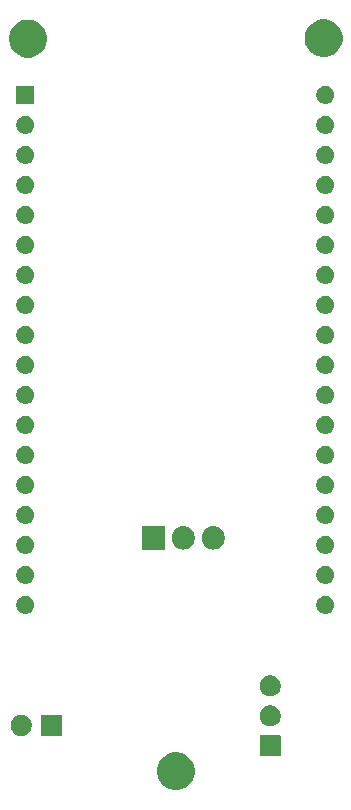
<source format=gbr>
G04 #@! TF.GenerationSoftware,KiCad,Pcbnew,5.1.3-ffb9f22~84~ubuntu18.04.1*
G04 #@! TF.CreationDate,2019-08-09T22:51:00+03:00*
G04 #@! TF.ProjectId,Edifier_Remote,45646966-6965-4725-9f52-656d6f74652e,rev?*
G04 #@! TF.SameCoordinates,Original*
G04 #@! TF.FileFunction,Soldermask,Bot*
G04 #@! TF.FilePolarity,Negative*
%FSLAX46Y46*%
G04 Gerber Fmt 4.6, Leading zero omitted, Abs format (unit mm)*
G04 Created by KiCad (PCBNEW 5.1.3-ffb9f22~84~ubuntu18.04.1) date 2019-08-09 22:51:00*
%MOMM*%
%LPD*%
G04 APERTURE LIST*
%ADD10C,0.100000*%
G04 APERTURE END LIST*
D10*
G36*
X117941703Y-130744686D02*
G01*
X118232883Y-130865297D01*
X118494940Y-131040398D01*
X118717802Y-131263260D01*
X118892903Y-131525317D01*
X119013514Y-131816497D01*
X119075000Y-132125612D01*
X119075000Y-132440788D01*
X119013514Y-132749903D01*
X118892903Y-133041083D01*
X118717802Y-133303140D01*
X118494940Y-133526002D01*
X118232883Y-133701103D01*
X117941703Y-133821714D01*
X117632588Y-133883200D01*
X117317412Y-133883200D01*
X117008297Y-133821714D01*
X116717117Y-133701103D01*
X116455060Y-133526002D01*
X116232198Y-133303140D01*
X116057097Y-133041083D01*
X115936486Y-132749903D01*
X115875000Y-132440788D01*
X115875000Y-132125612D01*
X115936486Y-131816497D01*
X116057097Y-131525317D01*
X116232198Y-131263260D01*
X116455060Y-131040398D01*
X116717117Y-130865297D01*
X117008297Y-130744686D01*
X117317412Y-130683200D01*
X117632588Y-130683200D01*
X117941703Y-130744686D01*
X117941703Y-130744686D01*
G37*
G36*
X126238627Y-129232907D02*
G01*
X126268134Y-129241858D01*
X126295329Y-129256394D01*
X126319165Y-129275955D01*
X126338726Y-129299791D01*
X126353262Y-129326986D01*
X126362213Y-129356493D01*
X126365840Y-129393320D01*
X126365840Y-130865240D01*
X126362213Y-130902067D01*
X126353262Y-130931574D01*
X126338726Y-130958769D01*
X126319165Y-130982605D01*
X126295329Y-131002166D01*
X126268134Y-131016702D01*
X126238627Y-131025653D01*
X126201800Y-131029280D01*
X124729880Y-131029280D01*
X124693053Y-131025653D01*
X124663546Y-131016702D01*
X124636351Y-131002166D01*
X124612515Y-130982605D01*
X124592954Y-130958769D01*
X124578418Y-130931574D01*
X124569467Y-130902067D01*
X124565840Y-130865240D01*
X124565840Y-129393320D01*
X124569467Y-129356493D01*
X124578418Y-129326986D01*
X124592954Y-129299791D01*
X124612515Y-129275955D01*
X124636351Y-129256394D01*
X124663546Y-129241858D01*
X124693053Y-129232907D01*
X124729880Y-129229280D01*
X126201800Y-129229280D01*
X126238627Y-129232907D01*
X126238627Y-129232907D01*
G37*
G36*
X104646360Y-127541746D02*
G01*
X104810150Y-127609590D01*
X104957557Y-127708084D01*
X105082916Y-127833443D01*
X105181410Y-127980850D01*
X105181411Y-127980852D01*
X105249254Y-128144640D01*
X105277841Y-128288356D01*
X105283840Y-128318518D01*
X105283840Y-128495802D01*
X105249254Y-128669680D01*
X105181410Y-128833470D01*
X105082916Y-128980877D01*
X104957557Y-129106236D01*
X104810150Y-129204730D01*
X104810149Y-129204731D01*
X104810148Y-129204731D01*
X104646360Y-129272574D01*
X104472484Y-129307160D01*
X104295196Y-129307160D01*
X104121320Y-129272574D01*
X103957532Y-129204731D01*
X103957531Y-129204731D01*
X103957530Y-129204730D01*
X103810123Y-129106236D01*
X103684764Y-128980877D01*
X103586270Y-128833470D01*
X103518426Y-128669680D01*
X103483840Y-128495802D01*
X103483840Y-128318518D01*
X103489840Y-128288356D01*
X103518426Y-128144640D01*
X103586269Y-127980852D01*
X103586270Y-127980850D01*
X103684764Y-127833443D01*
X103810123Y-127708084D01*
X103957530Y-127609590D01*
X104121320Y-127541746D01*
X104295196Y-127507160D01*
X104472484Y-127507160D01*
X104646360Y-127541746D01*
X104646360Y-127541746D01*
G37*
G36*
X107823840Y-129307160D02*
G01*
X106023840Y-129307160D01*
X106023840Y-127507160D01*
X107823840Y-127507160D01*
X107823840Y-129307160D01*
X107823840Y-129307160D01*
G37*
G36*
X125728360Y-126723866D02*
G01*
X125892150Y-126791710D01*
X126039557Y-126890204D01*
X126164916Y-127015563D01*
X126263410Y-127162970D01*
X126263411Y-127162972D01*
X126331254Y-127326760D01*
X126365840Y-127500636D01*
X126365840Y-127677924D01*
X126334905Y-127833443D01*
X126331254Y-127851800D01*
X126263410Y-128015590D01*
X126164916Y-128162997D01*
X126039557Y-128288356D01*
X125892150Y-128386850D01*
X125892149Y-128386851D01*
X125892148Y-128386851D01*
X125728360Y-128454694D01*
X125554484Y-128489280D01*
X125377196Y-128489280D01*
X125203320Y-128454694D01*
X125039532Y-128386851D01*
X125039531Y-128386851D01*
X125039530Y-128386850D01*
X124892123Y-128288356D01*
X124766764Y-128162997D01*
X124668270Y-128015590D01*
X124600426Y-127851800D01*
X124596775Y-127833443D01*
X124565840Y-127677924D01*
X124565840Y-127500636D01*
X124600426Y-127326760D01*
X124668269Y-127162972D01*
X124668270Y-127162970D01*
X124766764Y-127015563D01*
X124892123Y-126890204D01*
X125039530Y-126791710D01*
X125203320Y-126723866D01*
X125377196Y-126689280D01*
X125554484Y-126689280D01*
X125728360Y-126723866D01*
X125728360Y-126723866D01*
G37*
G36*
X125728360Y-124183866D02*
G01*
X125892150Y-124251710D01*
X126039557Y-124350204D01*
X126164916Y-124475563D01*
X126263410Y-124622970D01*
X126331254Y-124786760D01*
X126365840Y-124960638D01*
X126365840Y-125137922D01*
X126331254Y-125311800D01*
X126263410Y-125475590D01*
X126164916Y-125622997D01*
X126039557Y-125748356D01*
X125892150Y-125846850D01*
X125892149Y-125846851D01*
X125892148Y-125846851D01*
X125728360Y-125914694D01*
X125554484Y-125949280D01*
X125377196Y-125949280D01*
X125203320Y-125914694D01*
X125039532Y-125846851D01*
X125039531Y-125846851D01*
X125039530Y-125846850D01*
X124892123Y-125748356D01*
X124766764Y-125622997D01*
X124668270Y-125475590D01*
X124600426Y-125311800D01*
X124565840Y-125137922D01*
X124565840Y-124960638D01*
X124600426Y-124786760D01*
X124668270Y-124622970D01*
X124766764Y-124475563D01*
X124892123Y-124350204D01*
X125039530Y-124251710D01*
X125203320Y-124183866D01*
X125377196Y-124149280D01*
X125554484Y-124149280D01*
X125728360Y-124183866D01*
X125728360Y-124183866D01*
G37*
G36*
X104920195Y-117454522D02*
G01*
X104969267Y-117464283D01*
X105107942Y-117521724D01*
X105232747Y-117605116D01*
X105338884Y-117711253D01*
X105422276Y-117836058D01*
X105479717Y-117974733D01*
X105509000Y-118121950D01*
X105509000Y-118272050D01*
X105479717Y-118419267D01*
X105422276Y-118557942D01*
X105338884Y-118682747D01*
X105232747Y-118788884D01*
X105107942Y-118872276D01*
X104969267Y-118929717D01*
X104920195Y-118939478D01*
X104822052Y-118959000D01*
X104671948Y-118959000D01*
X104573805Y-118939478D01*
X104524733Y-118929717D01*
X104386058Y-118872276D01*
X104261253Y-118788884D01*
X104155116Y-118682747D01*
X104071724Y-118557942D01*
X104014283Y-118419267D01*
X103985000Y-118272050D01*
X103985000Y-118121950D01*
X104014283Y-117974733D01*
X104071724Y-117836058D01*
X104155116Y-117711253D01*
X104261253Y-117605116D01*
X104386058Y-117521724D01*
X104524733Y-117464283D01*
X104573805Y-117454522D01*
X104671948Y-117435000D01*
X104822052Y-117435000D01*
X104920195Y-117454522D01*
X104920195Y-117454522D01*
G37*
G36*
X130320195Y-117454522D02*
G01*
X130369267Y-117464283D01*
X130507942Y-117521724D01*
X130632747Y-117605116D01*
X130738884Y-117711253D01*
X130822276Y-117836058D01*
X130879717Y-117974733D01*
X130909000Y-118121950D01*
X130909000Y-118272050D01*
X130879717Y-118419267D01*
X130822276Y-118557942D01*
X130738884Y-118682747D01*
X130632747Y-118788884D01*
X130507942Y-118872276D01*
X130369267Y-118929717D01*
X130320195Y-118939478D01*
X130222052Y-118959000D01*
X130071948Y-118959000D01*
X129973805Y-118939478D01*
X129924733Y-118929717D01*
X129786058Y-118872276D01*
X129661253Y-118788884D01*
X129555116Y-118682747D01*
X129471724Y-118557942D01*
X129414283Y-118419267D01*
X129385000Y-118272050D01*
X129385000Y-118121950D01*
X129414283Y-117974733D01*
X129471724Y-117836058D01*
X129555116Y-117711253D01*
X129661253Y-117605116D01*
X129786058Y-117521724D01*
X129924733Y-117464283D01*
X129973805Y-117454522D01*
X130071948Y-117435000D01*
X130222052Y-117435000D01*
X130320195Y-117454522D01*
X130320195Y-117454522D01*
G37*
G36*
X130320195Y-114914522D02*
G01*
X130369267Y-114924283D01*
X130507942Y-114981724D01*
X130632747Y-115065116D01*
X130738884Y-115171253D01*
X130822276Y-115296058D01*
X130879717Y-115434733D01*
X130909000Y-115581950D01*
X130909000Y-115732050D01*
X130879717Y-115879267D01*
X130822276Y-116017942D01*
X130738884Y-116142747D01*
X130632747Y-116248884D01*
X130507942Y-116332276D01*
X130369267Y-116389717D01*
X130320195Y-116399478D01*
X130222052Y-116419000D01*
X130071948Y-116419000D01*
X129973805Y-116399478D01*
X129924733Y-116389717D01*
X129786058Y-116332276D01*
X129661253Y-116248884D01*
X129555116Y-116142747D01*
X129471724Y-116017942D01*
X129414283Y-115879267D01*
X129385000Y-115732050D01*
X129385000Y-115581950D01*
X129414283Y-115434733D01*
X129471724Y-115296058D01*
X129555116Y-115171253D01*
X129661253Y-115065116D01*
X129786058Y-114981724D01*
X129924733Y-114924283D01*
X129973805Y-114914522D01*
X130071948Y-114895000D01*
X130222052Y-114895000D01*
X130320195Y-114914522D01*
X130320195Y-114914522D01*
G37*
G36*
X104920195Y-114914522D02*
G01*
X104969267Y-114924283D01*
X105107942Y-114981724D01*
X105232747Y-115065116D01*
X105338884Y-115171253D01*
X105422276Y-115296058D01*
X105479717Y-115434733D01*
X105509000Y-115581950D01*
X105509000Y-115732050D01*
X105479717Y-115879267D01*
X105422276Y-116017942D01*
X105338884Y-116142747D01*
X105232747Y-116248884D01*
X105107942Y-116332276D01*
X104969267Y-116389717D01*
X104920195Y-116399478D01*
X104822052Y-116419000D01*
X104671948Y-116419000D01*
X104573805Y-116399478D01*
X104524733Y-116389717D01*
X104386058Y-116332276D01*
X104261253Y-116248884D01*
X104155116Y-116142747D01*
X104071724Y-116017942D01*
X104014283Y-115879267D01*
X103985000Y-115732050D01*
X103985000Y-115581950D01*
X104014283Y-115434733D01*
X104071724Y-115296058D01*
X104155116Y-115171253D01*
X104261253Y-115065116D01*
X104386058Y-114981724D01*
X104524733Y-114924283D01*
X104573805Y-114914522D01*
X104671948Y-114895000D01*
X104822052Y-114895000D01*
X104920195Y-114914522D01*
X104920195Y-114914522D01*
G37*
G36*
X130320195Y-112374522D02*
G01*
X130369267Y-112384283D01*
X130507942Y-112441724D01*
X130632747Y-112525116D01*
X130738884Y-112631253D01*
X130822276Y-112756058D01*
X130879717Y-112894733D01*
X130879717Y-112894734D01*
X130909000Y-113041948D01*
X130909000Y-113192052D01*
X130889478Y-113290195D01*
X130879717Y-113339267D01*
X130822276Y-113477942D01*
X130738884Y-113602747D01*
X130632747Y-113708884D01*
X130507942Y-113792276D01*
X130369267Y-113849717D01*
X130320195Y-113859478D01*
X130222052Y-113879000D01*
X130071948Y-113879000D01*
X129973805Y-113859478D01*
X129924733Y-113849717D01*
X129786058Y-113792276D01*
X129661253Y-113708884D01*
X129555116Y-113602747D01*
X129471724Y-113477942D01*
X129414283Y-113339267D01*
X129404522Y-113290195D01*
X129385000Y-113192052D01*
X129385000Y-113041948D01*
X129414283Y-112894734D01*
X129414283Y-112894733D01*
X129471724Y-112756058D01*
X129555116Y-112631253D01*
X129661253Y-112525116D01*
X129786058Y-112441724D01*
X129924733Y-112384283D01*
X129973805Y-112374522D01*
X130071948Y-112355000D01*
X130222052Y-112355000D01*
X130320195Y-112374522D01*
X130320195Y-112374522D01*
G37*
G36*
X104920195Y-112374522D02*
G01*
X104969267Y-112384283D01*
X105107942Y-112441724D01*
X105232747Y-112525116D01*
X105338884Y-112631253D01*
X105422276Y-112756058D01*
X105479717Y-112894733D01*
X105479717Y-112894734D01*
X105509000Y-113041948D01*
X105509000Y-113192052D01*
X105489478Y-113290195D01*
X105479717Y-113339267D01*
X105422276Y-113477942D01*
X105338884Y-113602747D01*
X105232747Y-113708884D01*
X105107942Y-113792276D01*
X104969267Y-113849717D01*
X104920195Y-113859478D01*
X104822052Y-113879000D01*
X104671948Y-113879000D01*
X104573805Y-113859478D01*
X104524733Y-113849717D01*
X104386058Y-113792276D01*
X104261253Y-113708884D01*
X104155116Y-113602747D01*
X104071724Y-113477942D01*
X104014283Y-113339267D01*
X104004522Y-113290195D01*
X103985000Y-113192052D01*
X103985000Y-113041948D01*
X104014283Y-112894734D01*
X104014283Y-112894733D01*
X104071724Y-112756058D01*
X104155116Y-112631253D01*
X104261253Y-112525116D01*
X104386058Y-112441724D01*
X104524733Y-112384283D01*
X104573805Y-112374522D01*
X104671948Y-112355000D01*
X104822052Y-112355000D01*
X104920195Y-112374522D01*
X104920195Y-112374522D01*
G37*
G36*
X118296723Y-111535782D02*
G01*
X118476264Y-111590246D01*
X118476267Y-111590248D01*
X118476268Y-111590248D01*
X118641741Y-111678694D01*
X118641742Y-111678695D01*
X118641744Y-111678696D01*
X118786778Y-111797722D01*
X118905807Y-111942759D01*
X118994253Y-112108231D01*
X119048718Y-112287776D01*
X119062500Y-112427711D01*
X119062500Y-112616288D01*
X119048718Y-112756223D01*
X118994254Y-112935764D01*
X118905804Y-113101244D01*
X118786778Y-113246278D01*
X118641741Y-113365307D01*
X118476269Y-113453753D01*
X118296724Y-113508218D01*
X118110000Y-113526608D01*
X117923277Y-113508218D01*
X117743732Y-113453753D01*
X117578261Y-113365307D01*
X117578259Y-113365306D01*
X117433222Y-113246278D01*
X117379569Y-113180902D01*
X117314193Y-113101241D01*
X117225747Y-112935769D01*
X117171282Y-112756224D01*
X117157500Y-112616289D01*
X117157500Y-112427712D01*
X117171282Y-112287777D01*
X117225746Y-112108236D01*
X117314196Y-111942756D01*
X117433222Y-111797722D01*
X117578259Y-111678693D01*
X117743731Y-111590247D01*
X117923276Y-111535782D01*
X118110000Y-111517392D01*
X118296723Y-111535782D01*
X118296723Y-111535782D01*
G37*
G36*
X120836723Y-111535782D02*
G01*
X121016264Y-111590246D01*
X121016267Y-111590248D01*
X121016268Y-111590248D01*
X121181741Y-111678694D01*
X121181742Y-111678695D01*
X121181744Y-111678696D01*
X121326778Y-111797722D01*
X121445807Y-111942759D01*
X121534253Y-112108231D01*
X121588718Y-112287776D01*
X121602500Y-112427711D01*
X121602500Y-112616288D01*
X121588718Y-112756223D01*
X121534254Y-112935764D01*
X121445804Y-113101244D01*
X121326778Y-113246278D01*
X121181741Y-113365307D01*
X121016269Y-113453753D01*
X120836724Y-113508218D01*
X120650000Y-113526608D01*
X120463277Y-113508218D01*
X120283732Y-113453753D01*
X120118261Y-113365307D01*
X120118259Y-113365306D01*
X119973222Y-113246278D01*
X119919569Y-113180902D01*
X119854193Y-113101241D01*
X119765747Y-112935769D01*
X119711282Y-112756224D01*
X119697500Y-112616289D01*
X119697500Y-112427712D01*
X119711282Y-112287777D01*
X119765746Y-112108236D01*
X119854196Y-111942756D01*
X119973222Y-111797722D01*
X120118259Y-111678693D01*
X120283731Y-111590247D01*
X120463276Y-111535782D01*
X120650000Y-111517392D01*
X120836723Y-111535782D01*
X120836723Y-111535782D01*
G37*
G36*
X116522500Y-113522000D02*
G01*
X114617500Y-113522000D01*
X114617500Y-111522000D01*
X116522500Y-111522000D01*
X116522500Y-113522000D01*
X116522500Y-113522000D01*
G37*
G36*
X104920195Y-109834522D02*
G01*
X104969267Y-109844283D01*
X105107942Y-109901724D01*
X105232747Y-109985116D01*
X105338884Y-110091253D01*
X105422276Y-110216058D01*
X105479717Y-110354733D01*
X105509000Y-110501950D01*
X105509000Y-110652050D01*
X105479717Y-110799267D01*
X105422276Y-110937942D01*
X105338884Y-111062747D01*
X105232747Y-111168884D01*
X105107942Y-111252276D01*
X104969267Y-111309717D01*
X104920195Y-111319478D01*
X104822052Y-111339000D01*
X104671948Y-111339000D01*
X104573805Y-111319478D01*
X104524733Y-111309717D01*
X104386058Y-111252276D01*
X104261253Y-111168884D01*
X104155116Y-111062747D01*
X104071724Y-110937942D01*
X104014283Y-110799267D01*
X103985000Y-110652050D01*
X103985000Y-110501950D01*
X104014283Y-110354733D01*
X104071724Y-110216058D01*
X104155116Y-110091253D01*
X104261253Y-109985116D01*
X104386058Y-109901724D01*
X104524733Y-109844283D01*
X104573805Y-109834522D01*
X104671948Y-109815000D01*
X104822052Y-109815000D01*
X104920195Y-109834522D01*
X104920195Y-109834522D01*
G37*
G36*
X130320195Y-109834522D02*
G01*
X130369267Y-109844283D01*
X130507942Y-109901724D01*
X130632747Y-109985116D01*
X130738884Y-110091253D01*
X130822276Y-110216058D01*
X130879717Y-110354733D01*
X130909000Y-110501950D01*
X130909000Y-110652050D01*
X130879717Y-110799267D01*
X130822276Y-110937942D01*
X130738884Y-111062747D01*
X130632747Y-111168884D01*
X130507942Y-111252276D01*
X130369267Y-111309717D01*
X130320195Y-111319478D01*
X130222052Y-111339000D01*
X130071948Y-111339000D01*
X129973805Y-111319478D01*
X129924733Y-111309717D01*
X129786058Y-111252276D01*
X129661253Y-111168884D01*
X129555116Y-111062747D01*
X129471724Y-110937942D01*
X129414283Y-110799267D01*
X129385000Y-110652050D01*
X129385000Y-110501950D01*
X129414283Y-110354733D01*
X129471724Y-110216058D01*
X129555116Y-110091253D01*
X129661253Y-109985116D01*
X129786058Y-109901724D01*
X129924733Y-109844283D01*
X129973805Y-109834522D01*
X130071948Y-109815000D01*
X130222052Y-109815000D01*
X130320195Y-109834522D01*
X130320195Y-109834522D01*
G37*
G36*
X104920195Y-107294522D02*
G01*
X104969267Y-107304283D01*
X105107942Y-107361724D01*
X105232747Y-107445116D01*
X105338884Y-107551253D01*
X105422276Y-107676058D01*
X105479717Y-107814733D01*
X105509000Y-107961950D01*
X105509000Y-108112050D01*
X105479717Y-108259267D01*
X105422276Y-108397942D01*
X105338884Y-108522747D01*
X105232747Y-108628884D01*
X105107942Y-108712276D01*
X104969267Y-108769717D01*
X104920195Y-108779478D01*
X104822052Y-108799000D01*
X104671948Y-108799000D01*
X104573805Y-108779478D01*
X104524733Y-108769717D01*
X104386058Y-108712276D01*
X104261253Y-108628884D01*
X104155116Y-108522747D01*
X104071724Y-108397942D01*
X104014283Y-108259267D01*
X103985000Y-108112050D01*
X103985000Y-107961950D01*
X104014283Y-107814733D01*
X104071724Y-107676058D01*
X104155116Y-107551253D01*
X104261253Y-107445116D01*
X104386058Y-107361724D01*
X104524733Y-107304283D01*
X104573805Y-107294522D01*
X104671948Y-107275000D01*
X104822052Y-107275000D01*
X104920195Y-107294522D01*
X104920195Y-107294522D01*
G37*
G36*
X130320195Y-107294522D02*
G01*
X130369267Y-107304283D01*
X130507942Y-107361724D01*
X130632747Y-107445116D01*
X130738884Y-107551253D01*
X130822276Y-107676058D01*
X130879717Y-107814733D01*
X130909000Y-107961950D01*
X130909000Y-108112050D01*
X130879717Y-108259267D01*
X130822276Y-108397942D01*
X130738884Y-108522747D01*
X130632747Y-108628884D01*
X130507942Y-108712276D01*
X130369267Y-108769717D01*
X130320195Y-108779478D01*
X130222052Y-108799000D01*
X130071948Y-108799000D01*
X129973805Y-108779478D01*
X129924733Y-108769717D01*
X129786058Y-108712276D01*
X129661253Y-108628884D01*
X129555116Y-108522747D01*
X129471724Y-108397942D01*
X129414283Y-108259267D01*
X129385000Y-108112050D01*
X129385000Y-107961950D01*
X129414283Y-107814733D01*
X129471724Y-107676058D01*
X129555116Y-107551253D01*
X129661253Y-107445116D01*
X129786058Y-107361724D01*
X129924733Y-107304283D01*
X129973805Y-107294522D01*
X130071948Y-107275000D01*
X130222052Y-107275000D01*
X130320195Y-107294522D01*
X130320195Y-107294522D01*
G37*
G36*
X130320195Y-104754522D02*
G01*
X130369267Y-104764283D01*
X130507942Y-104821724D01*
X130632747Y-104905116D01*
X130738884Y-105011253D01*
X130822276Y-105136058D01*
X130879717Y-105274733D01*
X130909000Y-105421950D01*
X130909000Y-105572050D01*
X130879717Y-105719267D01*
X130822276Y-105857942D01*
X130738884Y-105982747D01*
X130632747Y-106088884D01*
X130507942Y-106172276D01*
X130369267Y-106229717D01*
X130320195Y-106239478D01*
X130222052Y-106259000D01*
X130071948Y-106259000D01*
X129973805Y-106239478D01*
X129924733Y-106229717D01*
X129786058Y-106172276D01*
X129661253Y-106088884D01*
X129555116Y-105982747D01*
X129471724Y-105857942D01*
X129414283Y-105719267D01*
X129385000Y-105572050D01*
X129385000Y-105421950D01*
X129414283Y-105274733D01*
X129471724Y-105136058D01*
X129555116Y-105011253D01*
X129661253Y-104905116D01*
X129786058Y-104821724D01*
X129924733Y-104764283D01*
X129973805Y-104754522D01*
X130071948Y-104735000D01*
X130222052Y-104735000D01*
X130320195Y-104754522D01*
X130320195Y-104754522D01*
G37*
G36*
X104920195Y-104754522D02*
G01*
X104969267Y-104764283D01*
X105107942Y-104821724D01*
X105232747Y-104905116D01*
X105338884Y-105011253D01*
X105422276Y-105136058D01*
X105479717Y-105274733D01*
X105509000Y-105421950D01*
X105509000Y-105572050D01*
X105479717Y-105719267D01*
X105422276Y-105857942D01*
X105338884Y-105982747D01*
X105232747Y-106088884D01*
X105107942Y-106172276D01*
X104969267Y-106229717D01*
X104920195Y-106239478D01*
X104822052Y-106259000D01*
X104671948Y-106259000D01*
X104573805Y-106239478D01*
X104524733Y-106229717D01*
X104386058Y-106172276D01*
X104261253Y-106088884D01*
X104155116Y-105982747D01*
X104071724Y-105857942D01*
X104014283Y-105719267D01*
X103985000Y-105572050D01*
X103985000Y-105421950D01*
X104014283Y-105274733D01*
X104071724Y-105136058D01*
X104155116Y-105011253D01*
X104261253Y-104905116D01*
X104386058Y-104821724D01*
X104524733Y-104764283D01*
X104573805Y-104754522D01*
X104671948Y-104735000D01*
X104822052Y-104735000D01*
X104920195Y-104754522D01*
X104920195Y-104754522D01*
G37*
G36*
X130320195Y-102214522D02*
G01*
X130369267Y-102224283D01*
X130507942Y-102281724D01*
X130632747Y-102365116D01*
X130738884Y-102471253D01*
X130822276Y-102596058D01*
X130879717Y-102734733D01*
X130909000Y-102881950D01*
X130909000Y-103032050D01*
X130879717Y-103179267D01*
X130822276Y-103317942D01*
X130738884Y-103442747D01*
X130632747Y-103548884D01*
X130507942Y-103632276D01*
X130369267Y-103689717D01*
X130320195Y-103699478D01*
X130222052Y-103719000D01*
X130071948Y-103719000D01*
X129973805Y-103699478D01*
X129924733Y-103689717D01*
X129786058Y-103632276D01*
X129661253Y-103548884D01*
X129555116Y-103442747D01*
X129471724Y-103317942D01*
X129414283Y-103179267D01*
X129385000Y-103032050D01*
X129385000Y-102881950D01*
X129414283Y-102734733D01*
X129471724Y-102596058D01*
X129555116Y-102471253D01*
X129661253Y-102365116D01*
X129786058Y-102281724D01*
X129924733Y-102224283D01*
X129973805Y-102214522D01*
X130071948Y-102195000D01*
X130222052Y-102195000D01*
X130320195Y-102214522D01*
X130320195Y-102214522D01*
G37*
G36*
X104920195Y-102214522D02*
G01*
X104969267Y-102224283D01*
X105107942Y-102281724D01*
X105232747Y-102365116D01*
X105338884Y-102471253D01*
X105422276Y-102596058D01*
X105479717Y-102734733D01*
X105509000Y-102881950D01*
X105509000Y-103032050D01*
X105479717Y-103179267D01*
X105422276Y-103317942D01*
X105338884Y-103442747D01*
X105232747Y-103548884D01*
X105107942Y-103632276D01*
X104969267Y-103689717D01*
X104920195Y-103699478D01*
X104822052Y-103719000D01*
X104671948Y-103719000D01*
X104573805Y-103699478D01*
X104524733Y-103689717D01*
X104386058Y-103632276D01*
X104261253Y-103548884D01*
X104155116Y-103442747D01*
X104071724Y-103317942D01*
X104014283Y-103179267D01*
X103985000Y-103032050D01*
X103985000Y-102881950D01*
X104014283Y-102734733D01*
X104071724Y-102596058D01*
X104155116Y-102471253D01*
X104261253Y-102365116D01*
X104386058Y-102281724D01*
X104524733Y-102224283D01*
X104573805Y-102214522D01*
X104671948Y-102195000D01*
X104822052Y-102195000D01*
X104920195Y-102214522D01*
X104920195Y-102214522D01*
G37*
G36*
X130320195Y-99674522D02*
G01*
X130369267Y-99684283D01*
X130507942Y-99741724D01*
X130632747Y-99825116D01*
X130738884Y-99931253D01*
X130822276Y-100056058D01*
X130879717Y-100194733D01*
X130909000Y-100341950D01*
X130909000Y-100492050D01*
X130879717Y-100639267D01*
X130822276Y-100777942D01*
X130738884Y-100902747D01*
X130632747Y-101008884D01*
X130507942Y-101092276D01*
X130369267Y-101149717D01*
X130320195Y-101159478D01*
X130222052Y-101179000D01*
X130071948Y-101179000D01*
X129973805Y-101159478D01*
X129924733Y-101149717D01*
X129786058Y-101092276D01*
X129661253Y-101008884D01*
X129555116Y-100902747D01*
X129471724Y-100777942D01*
X129414283Y-100639267D01*
X129385000Y-100492050D01*
X129385000Y-100341950D01*
X129414283Y-100194733D01*
X129471724Y-100056058D01*
X129555116Y-99931253D01*
X129661253Y-99825116D01*
X129786058Y-99741724D01*
X129924733Y-99684283D01*
X129973805Y-99674522D01*
X130071948Y-99655000D01*
X130222052Y-99655000D01*
X130320195Y-99674522D01*
X130320195Y-99674522D01*
G37*
G36*
X104920195Y-99674522D02*
G01*
X104969267Y-99684283D01*
X105107942Y-99741724D01*
X105232747Y-99825116D01*
X105338884Y-99931253D01*
X105422276Y-100056058D01*
X105479717Y-100194733D01*
X105509000Y-100341950D01*
X105509000Y-100492050D01*
X105479717Y-100639267D01*
X105422276Y-100777942D01*
X105338884Y-100902747D01*
X105232747Y-101008884D01*
X105107942Y-101092276D01*
X104969267Y-101149717D01*
X104920195Y-101159478D01*
X104822052Y-101179000D01*
X104671948Y-101179000D01*
X104573805Y-101159478D01*
X104524733Y-101149717D01*
X104386058Y-101092276D01*
X104261253Y-101008884D01*
X104155116Y-100902747D01*
X104071724Y-100777942D01*
X104014283Y-100639267D01*
X103985000Y-100492050D01*
X103985000Y-100341950D01*
X104014283Y-100194733D01*
X104071724Y-100056058D01*
X104155116Y-99931253D01*
X104261253Y-99825116D01*
X104386058Y-99741724D01*
X104524733Y-99684283D01*
X104573805Y-99674522D01*
X104671948Y-99655000D01*
X104822052Y-99655000D01*
X104920195Y-99674522D01*
X104920195Y-99674522D01*
G37*
G36*
X104920195Y-97134522D02*
G01*
X104969267Y-97144283D01*
X105107942Y-97201724D01*
X105232747Y-97285116D01*
X105338884Y-97391253D01*
X105422276Y-97516058D01*
X105479717Y-97654733D01*
X105509000Y-97801950D01*
X105509000Y-97952050D01*
X105479717Y-98099267D01*
X105422276Y-98237942D01*
X105338884Y-98362747D01*
X105232747Y-98468884D01*
X105107942Y-98552276D01*
X104969267Y-98609717D01*
X104920195Y-98619478D01*
X104822052Y-98639000D01*
X104671948Y-98639000D01*
X104573805Y-98619478D01*
X104524733Y-98609717D01*
X104386058Y-98552276D01*
X104261253Y-98468884D01*
X104155116Y-98362747D01*
X104071724Y-98237942D01*
X104014283Y-98099267D01*
X103985000Y-97952050D01*
X103985000Y-97801950D01*
X104014283Y-97654733D01*
X104071724Y-97516058D01*
X104155116Y-97391253D01*
X104261253Y-97285116D01*
X104386058Y-97201724D01*
X104524733Y-97144283D01*
X104573805Y-97134522D01*
X104671948Y-97115000D01*
X104822052Y-97115000D01*
X104920195Y-97134522D01*
X104920195Y-97134522D01*
G37*
G36*
X130320195Y-97134522D02*
G01*
X130369267Y-97144283D01*
X130507942Y-97201724D01*
X130632747Y-97285116D01*
X130738884Y-97391253D01*
X130822276Y-97516058D01*
X130879717Y-97654733D01*
X130909000Y-97801950D01*
X130909000Y-97952050D01*
X130879717Y-98099267D01*
X130822276Y-98237942D01*
X130738884Y-98362747D01*
X130632747Y-98468884D01*
X130507942Y-98552276D01*
X130369267Y-98609717D01*
X130320195Y-98619478D01*
X130222052Y-98639000D01*
X130071948Y-98639000D01*
X129973805Y-98619478D01*
X129924733Y-98609717D01*
X129786058Y-98552276D01*
X129661253Y-98468884D01*
X129555116Y-98362747D01*
X129471724Y-98237942D01*
X129414283Y-98099267D01*
X129385000Y-97952050D01*
X129385000Y-97801950D01*
X129414283Y-97654733D01*
X129471724Y-97516058D01*
X129555116Y-97391253D01*
X129661253Y-97285116D01*
X129786058Y-97201724D01*
X129924733Y-97144283D01*
X129973805Y-97134522D01*
X130071948Y-97115000D01*
X130222052Y-97115000D01*
X130320195Y-97134522D01*
X130320195Y-97134522D01*
G37*
G36*
X130320195Y-94594522D02*
G01*
X130369267Y-94604283D01*
X130507942Y-94661724D01*
X130632747Y-94745116D01*
X130738884Y-94851253D01*
X130822276Y-94976058D01*
X130879717Y-95114733D01*
X130909000Y-95261950D01*
X130909000Y-95412050D01*
X130879717Y-95559267D01*
X130822276Y-95697942D01*
X130738884Y-95822747D01*
X130632747Y-95928884D01*
X130507942Y-96012276D01*
X130369267Y-96069717D01*
X130320195Y-96079478D01*
X130222052Y-96099000D01*
X130071948Y-96099000D01*
X129973805Y-96079478D01*
X129924733Y-96069717D01*
X129786058Y-96012276D01*
X129661253Y-95928884D01*
X129555116Y-95822747D01*
X129471724Y-95697942D01*
X129414283Y-95559267D01*
X129385000Y-95412050D01*
X129385000Y-95261950D01*
X129414283Y-95114733D01*
X129471724Y-94976058D01*
X129555116Y-94851253D01*
X129661253Y-94745116D01*
X129786058Y-94661724D01*
X129924733Y-94604283D01*
X129973805Y-94594522D01*
X130071948Y-94575000D01*
X130222052Y-94575000D01*
X130320195Y-94594522D01*
X130320195Y-94594522D01*
G37*
G36*
X104920195Y-94594522D02*
G01*
X104969267Y-94604283D01*
X105107942Y-94661724D01*
X105232747Y-94745116D01*
X105338884Y-94851253D01*
X105422276Y-94976058D01*
X105479717Y-95114733D01*
X105509000Y-95261950D01*
X105509000Y-95412050D01*
X105479717Y-95559267D01*
X105422276Y-95697942D01*
X105338884Y-95822747D01*
X105232747Y-95928884D01*
X105107942Y-96012276D01*
X104969267Y-96069717D01*
X104920195Y-96079478D01*
X104822052Y-96099000D01*
X104671948Y-96099000D01*
X104573805Y-96079478D01*
X104524733Y-96069717D01*
X104386058Y-96012276D01*
X104261253Y-95928884D01*
X104155116Y-95822747D01*
X104071724Y-95697942D01*
X104014283Y-95559267D01*
X103985000Y-95412050D01*
X103985000Y-95261950D01*
X104014283Y-95114733D01*
X104071724Y-94976058D01*
X104155116Y-94851253D01*
X104261253Y-94745116D01*
X104386058Y-94661724D01*
X104524733Y-94604283D01*
X104573805Y-94594522D01*
X104671948Y-94575000D01*
X104822052Y-94575000D01*
X104920195Y-94594522D01*
X104920195Y-94594522D01*
G37*
G36*
X130320195Y-92054522D02*
G01*
X130369267Y-92064283D01*
X130507942Y-92121724D01*
X130632747Y-92205116D01*
X130738884Y-92311253D01*
X130822276Y-92436058D01*
X130879717Y-92574733D01*
X130909000Y-92721950D01*
X130909000Y-92872050D01*
X130879717Y-93019267D01*
X130822276Y-93157942D01*
X130738884Y-93282747D01*
X130632747Y-93388884D01*
X130507942Y-93472276D01*
X130369267Y-93529717D01*
X130320195Y-93539478D01*
X130222052Y-93559000D01*
X130071948Y-93559000D01*
X129973805Y-93539478D01*
X129924733Y-93529717D01*
X129786058Y-93472276D01*
X129661253Y-93388884D01*
X129555116Y-93282747D01*
X129471724Y-93157942D01*
X129414283Y-93019267D01*
X129385000Y-92872050D01*
X129385000Y-92721950D01*
X129414283Y-92574733D01*
X129471724Y-92436058D01*
X129555116Y-92311253D01*
X129661253Y-92205116D01*
X129786058Y-92121724D01*
X129924733Y-92064283D01*
X129973805Y-92054522D01*
X130071948Y-92035000D01*
X130222052Y-92035000D01*
X130320195Y-92054522D01*
X130320195Y-92054522D01*
G37*
G36*
X104920195Y-92054522D02*
G01*
X104969267Y-92064283D01*
X105107942Y-92121724D01*
X105232747Y-92205116D01*
X105338884Y-92311253D01*
X105422276Y-92436058D01*
X105479717Y-92574733D01*
X105509000Y-92721950D01*
X105509000Y-92872050D01*
X105479717Y-93019267D01*
X105422276Y-93157942D01*
X105338884Y-93282747D01*
X105232747Y-93388884D01*
X105107942Y-93472276D01*
X104969267Y-93529717D01*
X104920195Y-93539478D01*
X104822052Y-93559000D01*
X104671948Y-93559000D01*
X104573805Y-93539478D01*
X104524733Y-93529717D01*
X104386058Y-93472276D01*
X104261253Y-93388884D01*
X104155116Y-93282747D01*
X104071724Y-93157942D01*
X104014283Y-93019267D01*
X103985000Y-92872050D01*
X103985000Y-92721950D01*
X104014283Y-92574733D01*
X104071724Y-92436058D01*
X104155116Y-92311253D01*
X104261253Y-92205116D01*
X104386058Y-92121724D01*
X104524733Y-92064283D01*
X104573805Y-92054522D01*
X104671948Y-92035000D01*
X104822052Y-92035000D01*
X104920195Y-92054522D01*
X104920195Y-92054522D01*
G37*
G36*
X130320195Y-89514522D02*
G01*
X130369267Y-89524283D01*
X130507942Y-89581724D01*
X130632747Y-89665116D01*
X130738884Y-89771253D01*
X130822276Y-89896058D01*
X130879717Y-90034733D01*
X130909000Y-90181950D01*
X130909000Y-90332050D01*
X130879717Y-90479267D01*
X130822276Y-90617942D01*
X130738884Y-90742747D01*
X130632747Y-90848884D01*
X130507942Y-90932276D01*
X130369267Y-90989717D01*
X130320195Y-90999478D01*
X130222052Y-91019000D01*
X130071948Y-91019000D01*
X129973805Y-90999478D01*
X129924733Y-90989717D01*
X129786058Y-90932276D01*
X129661253Y-90848884D01*
X129555116Y-90742747D01*
X129471724Y-90617942D01*
X129414283Y-90479267D01*
X129385000Y-90332050D01*
X129385000Y-90181950D01*
X129414283Y-90034733D01*
X129471724Y-89896058D01*
X129555116Y-89771253D01*
X129661253Y-89665116D01*
X129786058Y-89581724D01*
X129924733Y-89524283D01*
X129973805Y-89514522D01*
X130071948Y-89495000D01*
X130222052Y-89495000D01*
X130320195Y-89514522D01*
X130320195Y-89514522D01*
G37*
G36*
X104920195Y-89514522D02*
G01*
X104969267Y-89524283D01*
X105107942Y-89581724D01*
X105232747Y-89665116D01*
X105338884Y-89771253D01*
X105422276Y-89896058D01*
X105479717Y-90034733D01*
X105509000Y-90181950D01*
X105509000Y-90332050D01*
X105479717Y-90479267D01*
X105422276Y-90617942D01*
X105338884Y-90742747D01*
X105232747Y-90848884D01*
X105107942Y-90932276D01*
X104969267Y-90989717D01*
X104920195Y-90999478D01*
X104822052Y-91019000D01*
X104671948Y-91019000D01*
X104573805Y-90999478D01*
X104524733Y-90989717D01*
X104386058Y-90932276D01*
X104261253Y-90848884D01*
X104155116Y-90742747D01*
X104071724Y-90617942D01*
X104014283Y-90479267D01*
X103985000Y-90332050D01*
X103985000Y-90181950D01*
X104014283Y-90034733D01*
X104071724Y-89896058D01*
X104155116Y-89771253D01*
X104261253Y-89665116D01*
X104386058Y-89581724D01*
X104524733Y-89524283D01*
X104573805Y-89514522D01*
X104671948Y-89495000D01*
X104822052Y-89495000D01*
X104920195Y-89514522D01*
X104920195Y-89514522D01*
G37*
G36*
X130320195Y-86974522D02*
G01*
X130369267Y-86984283D01*
X130507942Y-87041724D01*
X130632747Y-87125116D01*
X130738884Y-87231253D01*
X130822276Y-87356058D01*
X130879717Y-87494733D01*
X130909000Y-87641950D01*
X130909000Y-87792050D01*
X130879717Y-87939267D01*
X130822276Y-88077942D01*
X130738884Y-88202747D01*
X130632747Y-88308884D01*
X130507942Y-88392276D01*
X130369267Y-88449717D01*
X130320195Y-88459478D01*
X130222052Y-88479000D01*
X130071948Y-88479000D01*
X129973805Y-88459478D01*
X129924733Y-88449717D01*
X129786058Y-88392276D01*
X129661253Y-88308884D01*
X129555116Y-88202747D01*
X129471724Y-88077942D01*
X129414283Y-87939267D01*
X129385000Y-87792050D01*
X129385000Y-87641950D01*
X129414283Y-87494733D01*
X129471724Y-87356058D01*
X129555116Y-87231253D01*
X129661253Y-87125116D01*
X129786058Y-87041724D01*
X129924733Y-86984283D01*
X129973805Y-86974522D01*
X130071948Y-86955000D01*
X130222052Y-86955000D01*
X130320195Y-86974522D01*
X130320195Y-86974522D01*
G37*
G36*
X104920195Y-86974522D02*
G01*
X104969267Y-86984283D01*
X105107942Y-87041724D01*
X105232747Y-87125116D01*
X105338884Y-87231253D01*
X105422276Y-87356058D01*
X105479717Y-87494733D01*
X105509000Y-87641950D01*
X105509000Y-87792050D01*
X105479717Y-87939267D01*
X105422276Y-88077942D01*
X105338884Y-88202747D01*
X105232747Y-88308884D01*
X105107942Y-88392276D01*
X104969267Y-88449717D01*
X104920195Y-88459478D01*
X104822052Y-88479000D01*
X104671948Y-88479000D01*
X104573805Y-88459478D01*
X104524733Y-88449717D01*
X104386058Y-88392276D01*
X104261253Y-88308884D01*
X104155116Y-88202747D01*
X104071724Y-88077942D01*
X104014283Y-87939267D01*
X103985000Y-87792050D01*
X103985000Y-87641950D01*
X104014283Y-87494733D01*
X104071724Y-87356058D01*
X104155116Y-87231253D01*
X104261253Y-87125116D01*
X104386058Y-87041724D01*
X104524733Y-86984283D01*
X104573805Y-86974522D01*
X104671948Y-86955000D01*
X104822052Y-86955000D01*
X104920195Y-86974522D01*
X104920195Y-86974522D01*
G37*
G36*
X130320195Y-84434522D02*
G01*
X130369267Y-84444283D01*
X130507942Y-84501724D01*
X130632747Y-84585116D01*
X130738884Y-84691253D01*
X130822276Y-84816058D01*
X130879717Y-84954733D01*
X130909000Y-85101950D01*
X130909000Y-85252050D01*
X130879717Y-85399267D01*
X130822276Y-85537942D01*
X130738884Y-85662747D01*
X130632747Y-85768884D01*
X130507942Y-85852276D01*
X130369267Y-85909717D01*
X130320195Y-85919478D01*
X130222052Y-85939000D01*
X130071948Y-85939000D01*
X129973805Y-85919478D01*
X129924733Y-85909717D01*
X129786058Y-85852276D01*
X129661253Y-85768884D01*
X129555116Y-85662747D01*
X129471724Y-85537942D01*
X129414283Y-85399267D01*
X129385000Y-85252050D01*
X129385000Y-85101950D01*
X129414283Y-84954733D01*
X129471724Y-84816058D01*
X129555116Y-84691253D01*
X129661253Y-84585116D01*
X129786058Y-84501724D01*
X129924733Y-84444283D01*
X129973805Y-84434522D01*
X130071948Y-84415000D01*
X130222052Y-84415000D01*
X130320195Y-84434522D01*
X130320195Y-84434522D01*
G37*
G36*
X104920195Y-84434522D02*
G01*
X104969267Y-84444283D01*
X105107942Y-84501724D01*
X105232747Y-84585116D01*
X105338884Y-84691253D01*
X105422276Y-84816058D01*
X105479717Y-84954733D01*
X105509000Y-85101950D01*
X105509000Y-85252050D01*
X105479717Y-85399267D01*
X105422276Y-85537942D01*
X105338884Y-85662747D01*
X105232747Y-85768884D01*
X105107942Y-85852276D01*
X104969267Y-85909717D01*
X104920195Y-85919478D01*
X104822052Y-85939000D01*
X104671948Y-85939000D01*
X104573805Y-85919478D01*
X104524733Y-85909717D01*
X104386058Y-85852276D01*
X104261253Y-85768884D01*
X104155116Y-85662747D01*
X104071724Y-85537942D01*
X104014283Y-85399267D01*
X103985000Y-85252050D01*
X103985000Y-85101950D01*
X104014283Y-84954733D01*
X104071724Y-84816058D01*
X104155116Y-84691253D01*
X104261253Y-84585116D01*
X104386058Y-84501724D01*
X104524733Y-84444283D01*
X104573805Y-84434522D01*
X104671948Y-84415000D01*
X104822052Y-84415000D01*
X104920195Y-84434522D01*
X104920195Y-84434522D01*
G37*
G36*
X130320195Y-81894522D02*
G01*
X130369267Y-81904283D01*
X130507942Y-81961724D01*
X130632747Y-82045116D01*
X130738884Y-82151253D01*
X130822276Y-82276058D01*
X130879717Y-82414733D01*
X130909000Y-82561950D01*
X130909000Y-82712050D01*
X130879717Y-82859267D01*
X130822276Y-82997942D01*
X130738884Y-83122747D01*
X130632747Y-83228884D01*
X130507942Y-83312276D01*
X130369267Y-83369717D01*
X130320195Y-83379478D01*
X130222052Y-83399000D01*
X130071948Y-83399000D01*
X129973805Y-83379478D01*
X129924733Y-83369717D01*
X129786058Y-83312276D01*
X129661253Y-83228884D01*
X129555116Y-83122747D01*
X129471724Y-82997942D01*
X129414283Y-82859267D01*
X129385000Y-82712050D01*
X129385000Y-82561950D01*
X129414283Y-82414733D01*
X129471724Y-82276058D01*
X129555116Y-82151253D01*
X129661253Y-82045116D01*
X129786058Y-81961724D01*
X129924733Y-81904283D01*
X129973805Y-81894522D01*
X130071948Y-81875000D01*
X130222052Y-81875000D01*
X130320195Y-81894522D01*
X130320195Y-81894522D01*
G37*
G36*
X104920195Y-81894522D02*
G01*
X104969267Y-81904283D01*
X105107942Y-81961724D01*
X105232747Y-82045116D01*
X105338884Y-82151253D01*
X105422276Y-82276058D01*
X105479717Y-82414733D01*
X105509000Y-82561950D01*
X105509000Y-82712050D01*
X105479717Y-82859267D01*
X105422276Y-82997942D01*
X105338884Y-83122747D01*
X105232747Y-83228884D01*
X105107942Y-83312276D01*
X104969267Y-83369717D01*
X104920195Y-83379478D01*
X104822052Y-83399000D01*
X104671948Y-83399000D01*
X104573805Y-83379478D01*
X104524733Y-83369717D01*
X104386058Y-83312276D01*
X104261253Y-83228884D01*
X104155116Y-83122747D01*
X104071724Y-82997942D01*
X104014283Y-82859267D01*
X103985000Y-82712050D01*
X103985000Y-82561950D01*
X104014283Y-82414733D01*
X104071724Y-82276058D01*
X104155116Y-82151253D01*
X104261253Y-82045116D01*
X104386058Y-81961724D01*
X104524733Y-81904283D01*
X104573805Y-81894522D01*
X104671948Y-81875000D01*
X104822052Y-81875000D01*
X104920195Y-81894522D01*
X104920195Y-81894522D01*
G37*
G36*
X104920195Y-79354522D02*
G01*
X104969267Y-79364283D01*
X105107942Y-79421724D01*
X105232747Y-79505116D01*
X105338884Y-79611253D01*
X105422276Y-79736058D01*
X105479717Y-79874733D01*
X105509000Y-80021950D01*
X105509000Y-80172050D01*
X105479717Y-80319267D01*
X105422276Y-80457942D01*
X105338884Y-80582747D01*
X105232747Y-80688884D01*
X105107942Y-80772276D01*
X104969267Y-80829717D01*
X104920195Y-80839478D01*
X104822052Y-80859000D01*
X104671948Y-80859000D01*
X104573805Y-80839478D01*
X104524733Y-80829717D01*
X104386058Y-80772276D01*
X104261253Y-80688884D01*
X104155116Y-80582747D01*
X104071724Y-80457942D01*
X104014283Y-80319267D01*
X103985000Y-80172050D01*
X103985000Y-80021950D01*
X104014283Y-79874733D01*
X104071724Y-79736058D01*
X104155116Y-79611253D01*
X104261253Y-79505116D01*
X104386058Y-79421724D01*
X104524733Y-79364283D01*
X104573805Y-79354522D01*
X104671948Y-79335000D01*
X104822052Y-79335000D01*
X104920195Y-79354522D01*
X104920195Y-79354522D01*
G37*
G36*
X130320195Y-79354522D02*
G01*
X130369267Y-79364283D01*
X130507942Y-79421724D01*
X130632747Y-79505116D01*
X130738884Y-79611253D01*
X130822276Y-79736058D01*
X130879717Y-79874733D01*
X130909000Y-80021950D01*
X130909000Y-80172050D01*
X130879717Y-80319267D01*
X130822276Y-80457942D01*
X130738884Y-80582747D01*
X130632747Y-80688884D01*
X130507942Y-80772276D01*
X130369267Y-80829717D01*
X130320195Y-80839478D01*
X130222052Y-80859000D01*
X130071948Y-80859000D01*
X129973805Y-80839478D01*
X129924733Y-80829717D01*
X129786058Y-80772276D01*
X129661253Y-80688884D01*
X129555116Y-80582747D01*
X129471724Y-80457942D01*
X129414283Y-80319267D01*
X129385000Y-80172050D01*
X129385000Y-80021950D01*
X129414283Y-79874733D01*
X129471724Y-79736058D01*
X129555116Y-79611253D01*
X129661253Y-79505116D01*
X129786058Y-79421724D01*
X129924733Y-79364283D01*
X129973805Y-79354522D01*
X130071948Y-79335000D01*
X130222052Y-79335000D01*
X130320195Y-79354522D01*
X130320195Y-79354522D01*
G37*
G36*
X130320195Y-76814522D02*
G01*
X130369267Y-76824283D01*
X130507942Y-76881724D01*
X130632747Y-76965116D01*
X130738884Y-77071253D01*
X130822276Y-77196058D01*
X130879717Y-77334733D01*
X130909000Y-77481950D01*
X130909000Y-77632050D01*
X130879717Y-77779267D01*
X130822276Y-77917942D01*
X130738884Y-78042747D01*
X130632747Y-78148884D01*
X130507942Y-78232276D01*
X130369267Y-78289717D01*
X130320195Y-78299478D01*
X130222052Y-78319000D01*
X130071948Y-78319000D01*
X129973805Y-78299478D01*
X129924733Y-78289717D01*
X129786058Y-78232276D01*
X129661253Y-78148884D01*
X129555116Y-78042747D01*
X129471724Y-77917942D01*
X129414283Y-77779267D01*
X129385000Y-77632050D01*
X129385000Y-77481950D01*
X129414283Y-77334733D01*
X129471724Y-77196058D01*
X129555116Y-77071253D01*
X129661253Y-76965116D01*
X129786058Y-76881724D01*
X129924733Y-76824283D01*
X129973805Y-76814522D01*
X130071948Y-76795000D01*
X130222052Y-76795000D01*
X130320195Y-76814522D01*
X130320195Y-76814522D01*
G37*
G36*
X104920195Y-76814522D02*
G01*
X104969267Y-76824283D01*
X105107942Y-76881724D01*
X105232747Y-76965116D01*
X105338884Y-77071253D01*
X105422276Y-77196058D01*
X105479717Y-77334733D01*
X105509000Y-77481950D01*
X105509000Y-77632050D01*
X105479717Y-77779267D01*
X105422276Y-77917942D01*
X105338884Y-78042747D01*
X105232747Y-78148884D01*
X105107942Y-78232276D01*
X104969267Y-78289717D01*
X104920195Y-78299478D01*
X104822052Y-78319000D01*
X104671948Y-78319000D01*
X104573805Y-78299478D01*
X104524733Y-78289717D01*
X104386058Y-78232276D01*
X104261253Y-78148884D01*
X104155116Y-78042747D01*
X104071724Y-77917942D01*
X104014283Y-77779267D01*
X103985000Y-77632050D01*
X103985000Y-77481950D01*
X104014283Y-77334733D01*
X104071724Y-77196058D01*
X104155116Y-77071253D01*
X104261253Y-76965116D01*
X104386058Y-76881724D01*
X104524733Y-76824283D01*
X104573805Y-76814522D01*
X104671948Y-76795000D01*
X104822052Y-76795000D01*
X104920195Y-76814522D01*
X104920195Y-76814522D01*
G37*
G36*
X130320195Y-74274522D02*
G01*
X130369267Y-74284283D01*
X130507942Y-74341724D01*
X130632747Y-74425116D01*
X130738884Y-74531253D01*
X130822276Y-74656058D01*
X130879717Y-74794733D01*
X130909000Y-74941950D01*
X130909000Y-75092050D01*
X130879717Y-75239267D01*
X130822276Y-75377942D01*
X130738884Y-75502747D01*
X130632747Y-75608884D01*
X130507942Y-75692276D01*
X130369267Y-75749717D01*
X130320195Y-75759478D01*
X130222052Y-75779000D01*
X130071948Y-75779000D01*
X129973805Y-75759478D01*
X129924733Y-75749717D01*
X129786058Y-75692276D01*
X129661253Y-75608884D01*
X129555116Y-75502747D01*
X129471724Y-75377942D01*
X129414283Y-75239267D01*
X129385000Y-75092050D01*
X129385000Y-74941950D01*
X129414283Y-74794733D01*
X129471724Y-74656058D01*
X129555116Y-74531253D01*
X129661253Y-74425116D01*
X129786058Y-74341724D01*
X129924733Y-74284283D01*
X129973805Y-74274522D01*
X130071948Y-74255000D01*
X130222052Y-74255000D01*
X130320195Y-74274522D01*
X130320195Y-74274522D01*
G37*
G36*
X105509000Y-75779000D02*
G01*
X103985000Y-75779000D01*
X103985000Y-74255000D01*
X105509000Y-74255000D01*
X105509000Y-75779000D01*
X105509000Y-75779000D01*
G37*
G36*
X105419503Y-68717886D02*
G01*
X105710683Y-68838497D01*
X105972740Y-69013598D01*
X106195602Y-69236460D01*
X106370703Y-69498517D01*
X106491314Y-69789697D01*
X106552800Y-70098812D01*
X106552800Y-70413988D01*
X106491314Y-70723103D01*
X106370703Y-71014283D01*
X106195602Y-71276340D01*
X105972740Y-71499202D01*
X105710683Y-71674303D01*
X105419503Y-71794914D01*
X105110388Y-71856400D01*
X104795212Y-71856400D01*
X104486097Y-71794914D01*
X104194917Y-71674303D01*
X103932860Y-71499202D01*
X103709998Y-71276340D01*
X103534897Y-71014283D01*
X103414286Y-70723103D01*
X103352800Y-70413988D01*
X103352800Y-70098812D01*
X103414286Y-69789697D01*
X103534897Y-69498517D01*
X103709998Y-69236460D01*
X103932860Y-69013598D01*
X104194917Y-68838497D01*
X104486097Y-68717886D01*
X104795212Y-68656400D01*
X105110388Y-68656400D01*
X105419503Y-68717886D01*
X105419503Y-68717886D01*
G37*
G36*
X130463903Y-68692486D02*
G01*
X130755083Y-68813097D01*
X131017140Y-68988198D01*
X131240002Y-69211060D01*
X131415103Y-69473117D01*
X131535714Y-69764297D01*
X131597200Y-70073412D01*
X131597200Y-70388588D01*
X131535714Y-70697703D01*
X131415103Y-70988883D01*
X131240002Y-71250940D01*
X131017140Y-71473802D01*
X130755083Y-71648903D01*
X130463903Y-71769514D01*
X130154788Y-71831000D01*
X129839612Y-71831000D01*
X129530497Y-71769514D01*
X129239317Y-71648903D01*
X128977260Y-71473802D01*
X128754398Y-71250940D01*
X128579297Y-70988883D01*
X128458686Y-70697703D01*
X128397200Y-70388588D01*
X128397200Y-70073412D01*
X128458686Y-69764297D01*
X128579297Y-69473117D01*
X128754398Y-69211060D01*
X128977260Y-68988198D01*
X129239317Y-68813097D01*
X129530497Y-68692486D01*
X129839612Y-68631000D01*
X130154788Y-68631000D01*
X130463903Y-68692486D01*
X130463903Y-68692486D01*
G37*
M02*

</source>
